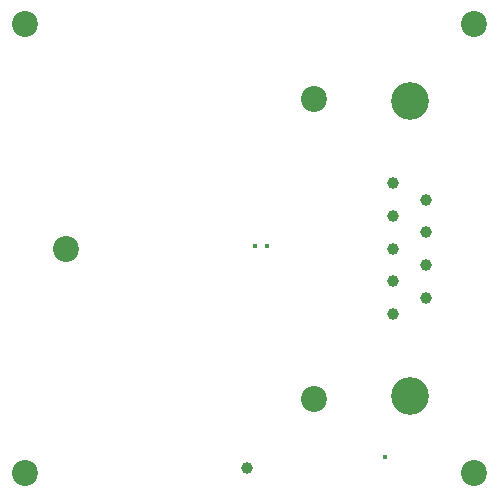
<source format=gbr>
%TF.GenerationSoftware,KiCad,Pcbnew,7.0.11-rc3*%
%TF.CreationDate,2025-03-16T23:28:11+08:00*%
%TF.ProjectId,imu-base,696d752d-6261-4736-952e-6b696361645f,rev?*%
%TF.SameCoordinates,Original*%
%TF.FileFunction,Plated,1,2,PTH,Drill*%
%TF.FilePolarity,Positive*%
%FSLAX46Y46*%
G04 Gerber Fmt 4.6, Leading zero omitted, Abs format (unit mm)*
G04 Created by KiCad (PCBNEW 7.0.11-rc3) date 2025-03-16 23:28:11*
%MOMM*%
%LPD*%
G01*
G04 APERTURE LIST*
%TA.AperFunction,ViaDrill*%
%ADD10C,0.400000*%
%TD*%
%TA.AperFunction,ComponentDrill*%
%ADD11C,1.000000*%
%TD*%
%TA.AperFunction,ComponentDrill*%
%ADD12C,2.200000*%
%TD*%
%TA.AperFunction,ComponentDrill*%
%ADD13C,3.200000*%
%TD*%
G04 APERTURE END LIST*
D10*
X95475000Y-57750000D03*
X96525000Y-57750000D03*
X106510440Y-75662500D03*
D11*
%TO.C,TP1*%
X94800000Y-76600000D03*
%TO.C,J2*%
X107160000Y-52450000D03*
X107160000Y-55220000D03*
X107160000Y-57990000D03*
X107160000Y-60760000D03*
X107160000Y-63530000D03*
X110000000Y-53835000D03*
X110000000Y-56605000D03*
X110000000Y-59375000D03*
X110000000Y-62145000D03*
D12*
%TO.C,H7*%
X75999999Y-39000000D03*
%TO.C,H4*%
X75999999Y-77000000D03*
%TO.C,H1*%
X79500000Y-58000000D03*
%TO.C,H3*%
X100500000Y-45300000D03*
%TO.C,H2*%
X100500000Y-70700000D03*
%TO.C,H6*%
X114000000Y-39000000D03*
%TO.C,H5*%
X114000000Y-77000000D03*
D13*
%TO.C,J2*%
X108580000Y-45490000D03*
X108580000Y-70490000D03*
M02*

</source>
